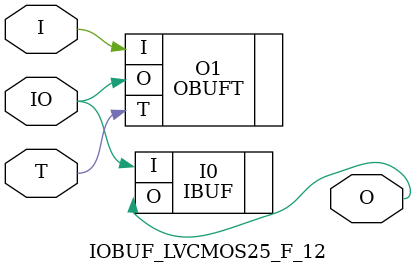
<source format=v>


`timescale  1 ps / 1 ps


module IOBUF_LVCMOS25_F_12 (O, IO, I, T);

    output O;

    inout  IO;

    input  I, T;

        OBUFT #(.IOSTANDARD("LVCMOS25"), .SLEW("FAST"), .DRIVE(12)) O1 (.O(IO), .I(I), .T(T)); 
	IBUF #(.IOSTANDARD("LVCMOS25"))  I0 (.O(O), .I(IO));
        

endmodule



</source>
